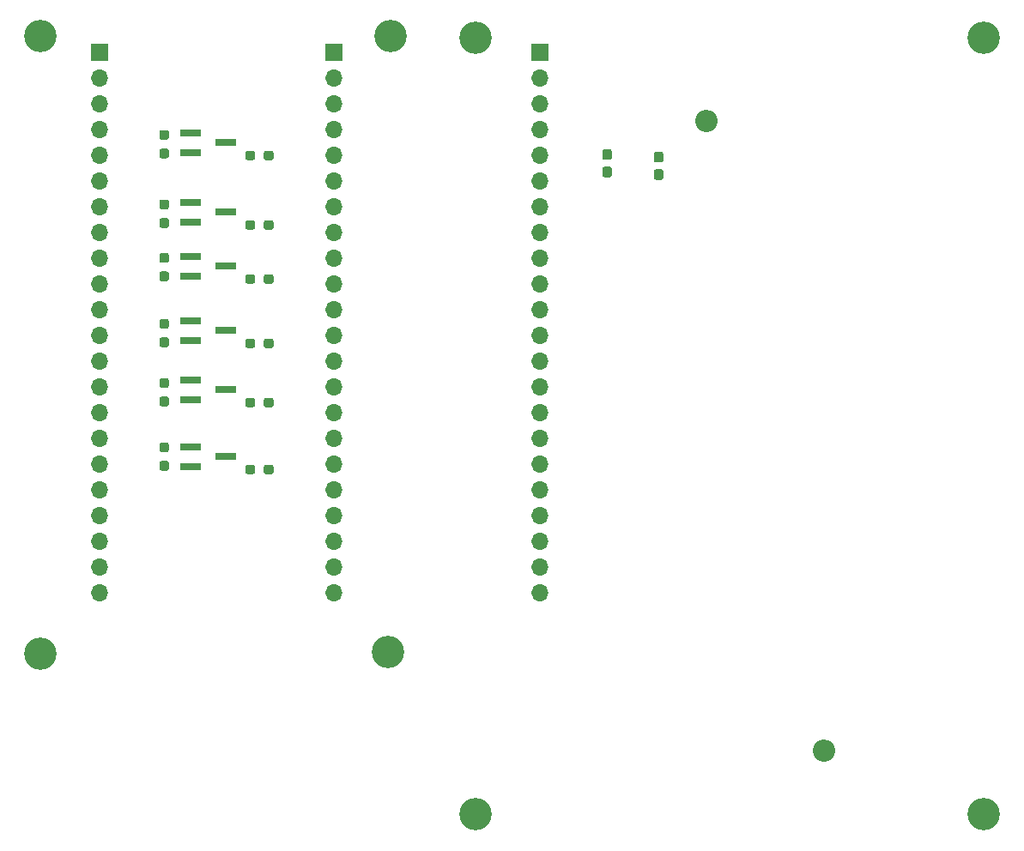
<source format=gbs>
G04 #@! TF.GenerationSoftware,KiCad,Pcbnew,5.1.10-88a1d61d58~88~ubuntu18.04.1*
G04 #@! TF.CreationDate,2021-10-23T19:38:23+09:00*
G04 #@! TF.ProjectId,CameraJigSTM32F446RE_Head,43616d65-7261-44a6-9967-53544d333246,rev?*
G04 #@! TF.SameCoordinates,Original*
G04 #@! TF.FileFunction,Soldermask,Bot*
G04 #@! TF.FilePolarity,Negative*
%FSLAX46Y46*%
G04 Gerber Fmt 4.6, Leading zero omitted, Abs format (unit mm)*
G04 Created by KiCad (PCBNEW 5.1.10-88a1d61d58~88~ubuntu18.04.1) date 2021-10-23 19:38:23*
%MOMM*%
%LPD*%
G01*
G04 APERTURE LIST*
%ADD10C,3.200000*%
%ADD11O,2.200000X2.200000*%
%ADD12R,1.700000X1.700000*%
%ADD13O,1.700000X1.700000*%
%ADD14R,2.000000X0.650000*%
G04 APERTURE END LIST*
D10*
G04 #@! TO.C,REF_7*
X160800000Y-142000000D03*
G04 #@! TD*
G04 #@! TO.C,REF_5*
X160800000Y-65300000D03*
G04 #@! TD*
D11*
G04 #@! TO.C,REF_head*
X145100000Y-135726000D03*
X133500000Y-73526000D03*
G04 #@! TD*
D10*
G04 #@! TO.C,REF_6*
X110700000Y-142000000D03*
G04 #@! TD*
G04 #@! TO.C,REF_4*
X110700000Y-65300000D03*
G04 #@! TD*
G04 #@! TO.C,REF_3*
X102108000Y-125984000D03*
G04 #@! TD*
G04 #@! TO.C,REF_1*
X102362000Y-65204000D03*
G04 #@! TD*
G04 #@! TO.C,REF_0*
X67818000Y-65204000D03*
G04 #@! TD*
G04 #@! TO.C,REF_2*
X67818000Y-126100000D03*
G04 #@! TD*
G04 #@! TO.C,C2*
G36*
G01*
X123460500Y-76324000D02*
X123935500Y-76324000D01*
G75*
G02*
X124173000Y-76561500I0J-237500D01*
G01*
X124173000Y-77161500D01*
G75*
G02*
X123935500Y-77399000I-237500J0D01*
G01*
X123460500Y-77399000D01*
G75*
G02*
X123223000Y-77161500I0J237500D01*
G01*
X123223000Y-76561500D01*
G75*
G02*
X123460500Y-76324000I237500J0D01*
G01*
G37*
G36*
G01*
X123460500Y-78049000D02*
X123935500Y-78049000D01*
G75*
G02*
X124173000Y-78286500I0J-237500D01*
G01*
X124173000Y-78886500D01*
G75*
G02*
X123935500Y-79124000I-237500J0D01*
G01*
X123460500Y-79124000D01*
G75*
G02*
X123223000Y-78886500I0J237500D01*
G01*
X123223000Y-78286500D01*
G75*
G02*
X123460500Y-78049000I237500J0D01*
G01*
G37*
G04 #@! TD*
G04 #@! TO.C,C3*
G36*
G01*
X129015500Y-79378000D02*
X128540500Y-79378000D01*
G75*
G02*
X128303000Y-79140500I0J237500D01*
G01*
X128303000Y-78540500D01*
G75*
G02*
X128540500Y-78303000I237500J0D01*
G01*
X129015500Y-78303000D01*
G75*
G02*
X129253000Y-78540500I0J-237500D01*
G01*
X129253000Y-79140500D01*
G75*
G02*
X129015500Y-79378000I-237500J0D01*
G01*
G37*
G36*
G01*
X129015500Y-77653000D02*
X128540500Y-77653000D01*
G75*
G02*
X128303000Y-77415500I0J237500D01*
G01*
X128303000Y-76815500D01*
G75*
G02*
X128540500Y-76578000I237500J0D01*
G01*
X129015500Y-76578000D01*
G75*
G02*
X129253000Y-76815500I0J-237500D01*
G01*
X129253000Y-77415500D01*
G75*
G02*
X129015500Y-77653000I-237500J0D01*
G01*
G37*
G04 #@! TD*
D12*
G04 #@! TO.C,J1*
X117094000Y-66802000D03*
D13*
X117094000Y-69342000D03*
X117094000Y-71882000D03*
X117094000Y-74422000D03*
X117094000Y-76962000D03*
X117094000Y-79502000D03*
X117094000Y-82042000D03*
X117094000Y-84582000D03*
X117094000Y-87122000D03*
X117094000Y-89662000D03*
X117094000Y-92202000D03*
X117094000Y-94742000D03*
X117094000Y-97282000D03*
X117094000Y-99822000D03*
X117094000Y-102362000D03*
X117094000Y-104902000D03*
X117094000Y-107442000D03*
X117094000Y-109982000D03*
X117094000Y-112522000D03*
X117094000Y-115062000D03*
X117094000Y-117602000D03*
X117094000Y-120142000D03*
G04 #@! TD*
D12*
G04 #@! TO.C,J3*
X73660000Y-66802000D03*
D13*
X73660000Y-69342000D03*
X73660000Y-71882000D03*
X73660000Y-74422000D03*
X73660000Y-76962000D03*
X73660000Y-79502000D03*
X73660000Y-82042000D03*
X73660000Y-84582000D03*
X73660000Y-87122000D03*
X73660000Y-89662000D03*
X73660000Y-92202000D03*
X73660000Y-94742000D03*
X73660000Y-97282000D03*
X73660000Y-99822000D03*
X73660000Y-102362000D03*
X73660000Y-104902000D03*
X73660000Y-107442000D03*
X73660000Y-109982000D03*
X73660000Y-112522000D03*
X73660000Y-115062000D03*
X73660000Y-117602000D03*
X73660000Y-120142000D03*
G04 #@! TD*
G04 #@! TO.C,J4*
X96774000Y-120142000D03*
X96774000Y-117602000D03*
X96774000Y-115062000D03*
X96774000Y-112522000D03*
X96774000Y-109982000D03*
X96774000Y-107442000D03*
X96774000Y-104902000D03*
X96774000Y-102362000D03*
X96774000Y-99822000D03*
X96774000Y-97282000D03*
X96774000Y-94742000D03*
X96774000Y-92202000D03*
X96774000Y-89662000D03*
X96774000Y-87122000D03*
X96774000Y-84582000D03*
X96774000Y-82042000D03*
X96774000Y-79502000D03*
X96774000Y-76962000D03*
X96774000Y-74422000D03*
X96774000Y-71882000D03*
X96774000Y-69342000D03*
D12*
X96774000Y-66802000D03*
G04 #@! TD*
D14*
G04 #@! TO.C,Q2*
X82618000Y-83500000D03*
X82618000Y-81600000D03*
X86038000Y-82550000D03*
G04 #@! TD*
G04 #@! TO.C,Q3*
X86038000Y-94234000D03*
X82618000Y-93284000D03*
X82618000Y-95184000D03*
G04 #@! TD*
G04 #@! TO.C,Q4*
X86038000Y-75692000D03*
X82618000Y-74742000D03*
X82618000Y-76642000D03*
G04 #@! TD*
G04 #@! TO.C,Q5*
X82618000Y-88834000D03*
X82618000Y-86934000D03*
X86038000Y-87884000D03*
G04 #@! TD*
G04 #@! TO.C,Q9*
X86038000Y-100076000D03*
X82618000Y-99126000D03*
X82618000Y-101026000D03*
G04 #@! TD*
G04 #@! TO.C,Q11*
X82618000Y-107630000D03*
X82618000Y-105730000D03*
X86038000Y-106680000D03*
G04 #@! TD*
G04 #@! TO.C,R3*
G36*
G01*
X80247500Y-82282000D02*
X79772500Y-82282000D01*
G75*
G02*
X79535000Y-82044500I0J237500D01*
G01*
X79535000Y-81544500D01*
G75*
G02*
X79772500Y-81307000I237500J0D01*
G01*
X80247500Y-81307000D01*
G75*
G02*
X80485000Y-81544500I0J-237500D01*
G01*
X80485000Y-82044500D01*
G75*
G02*
X80247500Y-82282000I-237500J0D01*
G01*
G37*
G36*
G01*
X80247500Y-84107000D02*
X79772500Y-84107000D01*
G75*
G02*
X79535000Y-83869500I0J237500D01*
G01*
X79535000Y-83369500D01*
G75*
G02*
X79772500Y-83132000I237500J0D01*
G01*
X80247500Y-83132000D01*
G75*
G02*
X80485000Y-83369500I0J-237500D01*
G01*
X80485000Y-83869500D01*
G75*
G02*
X80247500Y-84107000I-237500J0D01*
G01*
G37*
G04 #@! TD*
G04 #@! TO.C,R4*
G36*
G01*
X80247500Y-94063000D02*
X79772500Y-94063000D01*
G75*
G02*
X79535000Y-93825500I0J237500D01*
G01*
X79535000Y-93325500D01*
G75*
G02*
X79772500Y-93088000I237500J0D01*
G01*
X80247500Y-93088000D01*
G75*
G02*
X80485000Y-93325500I0J-237500D01*
G01*
X80485000Y-93825500D01*
G75*
G02*
X80247500Y-94063000I-237500J0D01*
G01*
G37*
G36*
G01*
X80247500Y-95888000D02*
X79772500Y-95888000D01*
G75*
G02*
X79535000Y-95650500I0J237500D01*
G01*
X79535000Y-95150500D01*
G75*
G02*
X79772500Y-94913000I237500J0D01*
G01*
X80247500Y-94913000D01*
G75*
G02*
X80485000Y-95150500I0J-237500D01*
G01*
X80485000Y-95650500D01*
G75*
G02*
X80247500Y-95888000I-237500J0D01*
G01*
G37*
G04 #@! TD*
G04 #@! TO.C,R5*
G36*
G01*
X80247500Y-77242500D02*
X79772500Y-77242500D01*
G75*
G02*
X79535000Y-77005000I0J237500D01*
G01*
X79535000Y-76505000D01*
G75*
G02*
X79772500Y-76267500I237500J0D01*
G01*
X80247500Y-76267500D01*
G75*
G02*
X80485000Y-76505000I0J-237500D01*
G01*
X80485000Y-77005000D01*
G75*
G02*
X80247500Y-77242500I-237500J0D01*
G01*
G37*
G36*
G01*
X80247500Y-75417500D02*
X79772500Y-75417500D01*
G75*
G02*
X79535000Y-75180000I0J237500D01*
G01*
X79535000Y-74680000D01*
G75*
G02*
X79772500Y-74442500I237500J0D01*
G01*
X80247500Y-74442500D01*
G75*
G02*
X80485000Y-74680000I0J-237500D01*
G01*
X80485000Y-75180000D01*
G75*
G02*
X80247500Y-75417500I-237500J0D01*
G01*
G37*
G04 #@! TD*
G04 #@! TO.C,R6*
G36*
G01*
X80247500Y-89377000D02*
X79772500Y-89377000D01*
G75*
G02*
X79535000Y-89139500I0J237500D01*
G01*
X79535000Y-88639500D01*
G75*
G02*
X79772500Y-88402000I237500J0D01*
G01*
X80247500Y-88402000D01*
G75*
G02*
X80485000Y-88639500I0J-237500D01*
G01*
X80485000Y-89139500D01*
G75*
G02*
X80247500Y-89377000I-237500J0D01*
G01*
G37*
G36*
G01*
X80247500Y-87552000D02*
X79772500Y-87552000D01*
G75*
G02*
X79535000Y-87314500I0J237500D01*
G01*
X79535000Y-86814500D01*
G75*
G02*
X79772500Y-86577000I237500J0D01*
G01*
X80247500Y-86577000D01*
G75*
G02*
X80485000Y-86814500I0J-237500D01*
G01*
X80485000Y-87314500D01*
G75*
G02*
X80247500Y-87552000I-237500J0D01*
G01*
G37*
G04 #@! TD*
G04 #@! TO.C,R10*
G36*
G01*
X88008000Y-84057500D02*
X88008000Y-83582500D01*
G75*
G02*
X88245500Y-83345000I237500J0D01*
G01*
X88745500Y-83345000D01*
G75*
G02*
X88983000Y-83582500I0J-237500D01*
G01*
X88983000Y-84057500D01*
G75*
G02*
X88745500Y-84295000I-237500J0D01*
G01*
X88245500Y-84295000D01*
G75*
G02*
X88008000Y-84057500I0J237500D01*
G01*
G37*
G36*
G01*
X89833000Y-84057500D02*
X89833000Y-83582500D01*
G75*
G02*
X90070500Y-83345000I237500J0D01*
G01*
X90570500Y-83345000D01*
G75*
G02*
X90808000Y-83582500I0J-237500D01*
G01*
X90808000Y-84057500D01*
G75*
G02*
X90570500Y-84295000I-237500J0D01*
G01*
X90070500Y-84295000D01*
G75*
G02*
X89833000Y-84057500I0J237500D01*
G01*
G37*
G04 #@! TD*
G04 #@! TO.C,R11*
G36*
G01*
X88008000Y-95741500D02*
X88008000Y-95266500D01*
G75*
G02*
X88245500Y-95029000I237500J0D01*
G01*
X88745500Y-95029000D01*
G75*
G02*
X88983000Y-95266500I0J-237500D01*
G01*
X88983000Y-95741500D01*
G75*
G02*
X88745500Y-95979000I-237500J0D01*
G01*
X88245500Y-95979000D01*
G75*
G02*
X88008000Y-95741500I0J237500D01*
G01*
G37*
G36*
G01*
X89833000Y-95741500D02*
X89833000Y-95266500D01*
G75*
G02*
X90070500Y-95029000I237500J0D01*
G01*
X90570500Y-95029000D01*
G75*
G02*
X90808000Y-95266500I0J-237500D01*
G01*
X90808000Y-95741500D01*
G75*
G02*
X90570500Y-95979000I-237500J0D01*
G01*
X90070500Y-95979000D01*
G75*
G02*
X89833000Y-95741500I0J237500D01*
G01*
G37*
G04 #@! TD*
G04 #@! TO.C,R12*
G36*
G01*
X89833000Y-77199500D02*
X89833000Y-76724500D01*
G75*
G02*
X90070500Y-76487000I237500J0D01*
G01*
X90570500Y-76487000D01*
G75*
G02*
X90808000Y-76724500I0J-237500D01*
G01*
X90808000Y-77199500D01*
G75*
G02*
X90570500Y-77437000I-237500J0D01*
G01*
X90070500Y-77437000D01*
G75*
G02*
X89833000Y-77199500I0J237500D01*
G01*
G37*
G36*
G01*
X88008000Y-77199500D02*
X88008000Y-76724500D01*
G75*
G02*
X88245500Y-76487000I237500J0D01*
G01*
X88745500Y-76487000D01*
G75*
G02*
X88983000Y-76724500I0J-237500D01*
G01*
X88983000Y-77199500D01*
G75*
G02*
X88745500Y-77437000I-237500J0D01*
G01*
X88245500Y-77437000D01*
G75*
G02*
X88008000Y-77199500I0J237500D01*
G01*
G37*
G04 #@! TD*
G04 #@! TO.C,R13*
G36*
G01*
X89833000Y-89391500D02*
X89833000Y-88916500D01*
G75*
G02*
X90070500Y-88679000I237500J0D01*
G01*
X90570500Y-88679000D01*
G75*
G02*
X90808000Y-88916500I0J-237500D01*
G01*
X90808000Y-89391500D01*
G75*
G02*
X90570500Y-89629000I-237500J0D01*
G01*
X90070500Y-89629000D01*
G75*
G02*
X89833000Y-89391500I0J237500D01*
G01*
G37*
G36*
G01*
X88008000Y-89391500D02*
X88008000Y-88916500D01*
G75*
G02*
X88245500Y-88679000I237500J0D01*
G01*
X88745500Y-88679000D01*
G75*
G02*
X88983000Y-88916500I0J-237500D01*
G01*
X88983000Y-89391500D01*
G75*
G02*
X88745500Y-89629000I-237500J0D01*
G01*
X88245500Y-89629000D01*
G75*
G02*
X88008000Y-89391500I0J237500D01*
G01*
G37*
G04 #@! TD*
G04 #@! TO.C,R17*
G36*
G01*
X80247500Y-101730000D02*
X79772500Y-101730000D01*
G75*
G02*
X79535000Y-101492500I0J237500D01*
G01*
X79535000Y-100992500D01*
G75*
G02*
X79772500Y-100755000I237500J0D01*
G01*
X80247500Y-100755000D01*
G75*
G02*
X80485000Y-100992500I0J-237500D01*
G01*
X80485000Y-101492500D01*
G75*
G02*
X80247500Y-101730000I-237500J0D01*
G01*
G37*
G36*
G01*
X80247500Y-99905000D02*
X79772500Y-99905000D01*
G75*
G02*
X79535000Y-99667500I0J237500D01*
G01*
X79535000Y-99167500D01*
G75*
G02*
X79772500Y-98930000I237500J0D01*
G01*
X80247500Y-98930000D01*
G75*
G02*
X80485000Y-99167500I0J-237500D01*
G01*
X80485000Y-99667500D01*
G75*
G02*
X80247500Y-99905000I-237500J0D01*
G01*
G37*
G04 #@! TD*
G04 #@! TO.C,R19*
G36*
G01*
X80247500Y-108080000D02*
X79772500Y-108080000D01*
G75*
G02*
X79535000Y-107842500I0J237500D01*
G01*
X79535000Y-107342500D01*
G75*
G02*
X79772500Y-107105000I237500J0D01*
G01*
X80247500Y-107105000D01*
G75*
G02*
X80485000Y-107342500I0J-237500D01*
G01*
X80485000Y-107842500D01*
G75*
G02*
X80247500Y-108080000I-237500J0D01*
G01*
G37*
G36*
G01*
X80247500Y-106255000D02*
X79772500Y-106255000D01*
G75*
G02*
X79535000Y-106017500I0J237500D01*
G01*
X79535000Y-105517500D01*
G75*
G02*
X79772500Y-105280000I237500J0D01*
G01*
X80247500Y-105280000D01*
G75*
G02*
X80485000Y-105517500I0J-237500D01*
G01*
X80485000Y-106017500D01*
G75*
G02*
X80247500Y-106255000I-237500J0D01*
G01*
G37*
G04 #@! TD*
G04 #@! TO.C,R20*
G36*
G01*
X89833000Y-101583500D02*
X89833000Y-101108500D01*
G75*
G02*
X90070500Y-100871000I237500J0D01*
G01*
X90570500Y-100871000D01*
G75*
G02*
X90808000Y-101108500I0J-237500D01*
G01*
X90808000Y-101583500D01*
G75*
G02*
X90570500Y-101821000I-237500J0D01*
G01*
X90070500Y-101821000D01*
G75*
G02*
X89833000Y-101583500I0J237500D01*
G01*
G37*
G36*
G01*
X88008000Y-101583500D02*
X88008000Y-101108500D01*
G75*
G02*
X88245500Y-100871000I237500J0D01*
G01*
X88745500Y-100871000D01*
G75*
G02*
X88983000Y-101108500I0J-237500D01*
G01*
X88983000Y-101583500D01*
G75*
G02*
X88745500Y-101821000I-237500J0D01*
G01*
X88245500Y-101821000D01*
G75*
G02*
X88008000Y-101583500I0J237500D01*
G01*
G37*
G04 #@! TD*
G04 #@! TO.C,R22*
G36*
G01*
X89833000Y-108187500D02*
X89833000Y-107712500D01*
G75*
G02*
X90070500Y-107475000I237500J0D01*
G01*
X90570500Y-107475000D01*
G75*
G02*
X90808000Y-107712500I0J-237500D01*
G01*
X90808000Y-108187500D01*
G75*
G02*
X90570500Y-108425000I-237500J0D01*
G01*
X90070500Y-108425000D01*
G75*
G02*
X89833000Y-108187500I0J237500D01*
G01*
G37*
G36*
G01*
X88008000Y-108187500D02*
X88008000Y-107712500D01*
G75*
G02*
X88245500Y-107475000I237500J0D01*
G01*
X88745500Y-107475000D01*
G75*
G02*
X88983000Y-107712500I0J-237500D01*
G01*
X88983000Y-108187500D01*
G75*
G02*
X88745500Y-108425000I-237500J0D01*
G01*
X88245500Y-108425000D01*
G75*
G02*
X88008000Y-108187500I0J237500D01*
G01*
G37*
G04 #@! TD*
M02*

</source>
